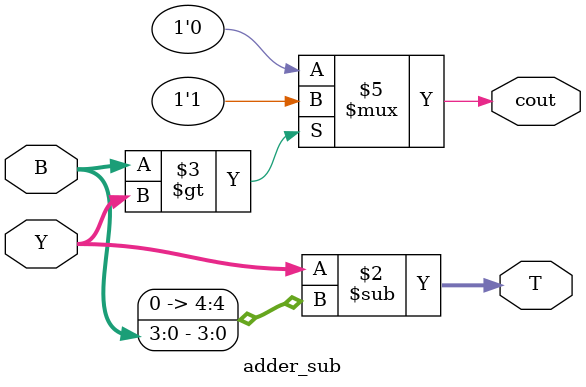
<source format=v>

module adder_sub ( 
input wire [4:0] Y ,
input wire [3:0] B ,
output reg [4:0] T ,
output reg cout 
);

always @(*)
begin

    T = Y - {1'b0,B};
    if (B > Y)
        cout = 1'b1;
    else 
        cout = 1'b0;

end

endmodule

</source>
